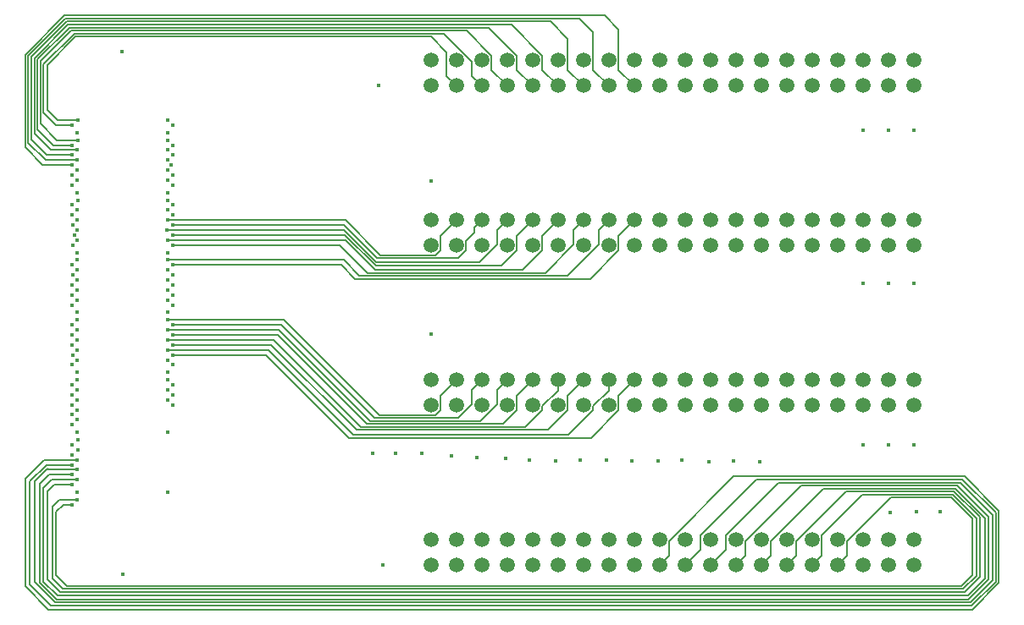
<source format=gbr>
%TF.GenerationSoftware,KiCad,Pcbnew,(5.1.5-0-10_14)*%
%TF.CreationDate,2020-01-28T13:49:23+01:00*%
%TF.ProjectId,multiblade_adapter,6d756c74-6962-46c6-9164-655f61646170,rev?*%
%TF.SameCoordinates,Original*%
%TF.FileFunction,Copper,L5,Inr*%
%TF.FilePolarity,Positive*%
%FSLAX46Y46*%
G04 Gerber Fmt 4.6, Leading zero omitted, Abs format (unit mm)*
G04 Created by KiCad (PCBNEW (5.1.5-0-10_14)) date 2020-01-28 13:49:23*
%MOMM*%
%LPD*%
G04 APERTURE LIST*
%ADD10C,1.500000*%
%ADD11C,0.400000*%
%ADD12C,0.150000*%
G04 APERTURE END LIST*
D10*
X109110000Y-107290000D03*
X109110000Y-104750000D03*
X106570000Y-107290000D03*
X106570000Y-104750000D03*
X104030000Y-107290000D03*
X104030000Y-104750000D03*
X101490000Y-107290000D03*
X101490000Y-104750000D03*
X98950000Y-107290000D03*
X98950000Y-104750000D03*
X96410000Y-107290000D03*
X96410000Y-104750000D03*
X93870000Y-107290000D03*
X93870000Y-104750000D03*
X91330000Y-107290000D03*
X91330000Y-104750000D03*
X88790000Y-107290000D03*
X88790000Y-104750000D03*
X86250000Y-107290000D03*
X86250000Y-104750000D03*
X83710000Y-107290000D03*
X83710000Y-104750000D03*
X81170000Y-107290000D03*
X81170000Y-104750000D03*
X78630000Y-107290000D03*
X78630000Y-104750000D03*
X76090000Y-107290000D03*
X76090000Y-104750000D03*
X73550000Y-107290000D03*
X73550000Y-104750000D03*
X71010000Y-107290000D03*
X71010000Y-104750000D03*
X68470000Y-107290000D03*
X68470000Y-104750000D03*
X65930000Y-107290000D03*
X65930000Y-104750000D03*
X63390000Y-107290000D03*
X63390000Y-104750000D03*
X60850000Y-107290000D03*
X60850000Y-104750000D03*
X109110000Y-123290000D03*
X109110000Y-120750000D03*
X106570000Y-123290000D03*
X106570000Y-120750000D03*
X104030000Y-123290000D03*
X104030000Y-120750000D03*
X101490000Y-123290000D03*
X101490000Y-120750000D03*
X98950000Y-123290000D03*
X98950000Y-120750000D03*
X96410000Y-123290000D03*
X96410000Y-120750000D03*
X93870000Y-123290000D03*
X93870000Y-120750000D03*
X91330000Y-123290000D03*
X91330000Y-120750000D03*
X88790000Y-123290000D03*
X88790000Y-120750000D03*
X86250000Y-123290000D03*
X86250000Y-120750000D03*
X83710000Y-123290000D03*
X83710000Y-120750000D03*
X81170000Y-123290000D03*
X81170000Y-120750000D03*
X78630000Y-123290000D03*
X78630000Y-120750000D03*
X76090000Y-123290000D03*
X76090000Y-120750000D03*
X73550000Y-123290000D03*
X73550000Y-120750000D03*
X71010000Y-123290000D03*
X71010000Y-120750000D03*
X68470000Y-123290000D03*
X68470000Y-120750000D03*
X65930000Y-123290000D03*
X65930000Y-120750000D03*
X63390000Y-123290000D03*
X63390000Y-120750000D03*
X60850000Y-123290000D03*
X60850000Y-120750000D03*
X109110000Y-139290000D03*
X109110000Y-136750000D03*
X106570000Y-139290000D03*
X106570000Y-136750000D03*
X104030000Y-139290000D03*
X104030000Y-136750000D03*
X101490000Y-139290000D03*
X101490000Y-136750000D03*
X98950000Y-139290000D03*
X98950000Y-136750000D03*
X96410000Y-139290000D03*
X96410000Y-136750000D03*
X93870000Y-139290000D03*
X93870000Y-136750000D03*
X91330000Y-139290000D03*
X91330000Y-136750000D03*
X88790000Y-139290000D03*
X88790000Y-136750000D03*
X86250000Y-139290000D03*
X86250000Y-136750000D03*
X83710000Y-139290000D03*
X83710000Y-136750000D03*
X81170000Y-139290000D03*
X81170000Y-136750000D03*
X78630000Y-139290000D03*
X78630000Y-136750000D03*
X76090000Y-139290000D03*
X76090000Y-136750000D03*
X73550000Y-139290000D03*
X73550000Y-136750000D03*
X71010000Y-139290000D03*
X71010000Y-136750000D03*
X68470000Y-139290000D03*
X68470000Y-136750000D03*
X65930000Y-139290000D03*
X65930000Y-136750000D03*
X63390000Y-139290000D03*
X63390000Y-136750000D03*
X60850000Y-139290000D03*
X60850000Y-136750000D03*
X109110000Y-155290000D03*
X109110000Y-152750000D03*
X106570000Y-155290000D03*
X106570000Y-152750000D03*
X104030000Y-155290000D03*
X104030000Y-152750000D03*
X101490000Y-155290000D03*
X101490000Y-152750000D03*
X98950000Y-155290000D03*
X98950000Y-152750000D03*
X96410000Y-155290000D03*
X96410000Y-152750000D03*
X93870000Y-155290000D03*
X93870000Y-152750000D03*
X91330000Y-155290000D03*
X91330000Y-152750000D03*
X88790000Y-155290000D03*
X88790000Y-152750000D03*
X86250000Y-155290000D03*
X86250000Y-152750000D03*
X83710000Y-155290000D03*
X83710000Y-152750000D03*
X81170000Y-155290000D03*
X81170000Y-152750000D03*
X78630000Y-155290000D03*
X78630000Y-152750000D03*
X76090000Y-155290000D03*
X76090000Y-152750000D03*
X73550000Y-155290000D03*
X73550000Y-152750000D03*
X71010000Y-155290000D03*
X71010000Y-152750000D03*
X68470000Y-155290000D03*
X68470000Y-152750000D03*
X65930000Y-155290000D03*
X65930000Y-152750000D03*
X63390000Y-155290000D03*
X63390000Y-152750000D03*
X60850000Y-155290000D03*
X60850000Y-152750000D03*
D11*
X25500000Y-148000000D03*
X25500000Y-142000000D03*
X25500000Y-136000000D03*
X25500000Y-124000000D03*
X25500000Y-130000000D03*
X25500000Y-112000000D03*
X25500000Y-118000000D03*
X34500000Y-112000000D03*
X34500000Y-118000000D03*
X34500000Y-124000000D03*
X34500000Y-130000000D03*
X34500000Y-136000000D03*
X34500000Y-148000000D03*
X104013000Y-111760000D03*
X55626000Y-107315000D03*
X60850000Y-116823000D03*
X60850000Y-132190000D03*
X56038000Y-155290000D03*
X104030000Y-143273000D03*
X30000000Y-156182000D03*
X29972000Y-103886000D03*
X34500000Y-142000000D03*
X106736500Y-150043500D03*
X109333000Y-149987000D03*
X111760000Y-149987000D03*
X106570000Y-143239000D03*
X109110000Y-143239000D03*
X104013000Y-127127000D03*
X106570000Y-127110000D03*
X109110000Y-127110000D03*
X106570000Y-111743000D03*
X109093000Y-111760000D03*
X25000000Y-120250000D03*
X35000000Y-120250000D03*
X25500000Y-119750000D03*
X34500000Y-119750000D03*
X25000000Y-119250000D03*
X35000000Y-119250000D03*
X25522000Y-118750000D03*
X34500000Y-118750000D03*
X25000000Y-117250000D03*
X35000000Y-117250000D03*
X25500000Y-116750000D03*
X34500000Y-116750000D03*
X25000000Y-116250000D03*
X35000000Y-116250000D03*
X25500000Y-115750000D03*
X34500000Y-115750000D03*
X25000000Y-115250000D03*
X34864000Y-115250000D03*
X25500000Y-114750000D03*
X34500000Y-114750000D03*
X25000000Y-114250000D03*
X35000000Y-114250000D03*
X25500000Y-113750000D03*
X34500000Y-113750000D03*
X25000000Y-113250000D03*
X35000000Y-113250000D03*
X25527000Y-112750000D03*
X34500000Y-112750000D03*
X25000000Y-111250000D03*
X35000000Y-111250000D03*
X25527000Y-110750000D03*
X34500000Y-110750000D03*
X34500000Y-120750000D03*
X25500000Y-120750000D03*
X35000000Y-121250000D03*
X25054000Y-121250000D03*
X34460000Y-121750000D03*
X25500000Y-121750000D03*
X35000000Y-122250000D03*
X25197000Y-122250000D03*
X34500000Y-122750000D03*
X25500000Y-122750000D03*
X35000000Y-123250000D03*
X25086000Y-123250000D03*
X34500000Y-124750000D03*
X25500000Y-124750000D03*
X35000000Y-125250000D03*
X25000000Y-125250000D03*
X34500000Y-125750000D03*
X25500000Y-125750000D03*
X35000000Y-126250000D03*
X25007000Y-126250000D03*
X34500000Y-126750000D03*
X25500000Y-126750000D03*
X35000000Y-127250000D03*
X25000000Y-127250000D03*
X34500000Y-127750000D03*
X25500000Y-127750000D03*
X35000000Y-128250000D03*
X25000000Y-128250000D03*
X34500000Y-128750000D03*
X25500000Y-128750000D03*
X35000000Y-129250000D03*
X25000000Y-129250000D03*
X25000000Y-139250000D03*
X35000000Y-139250000D03*
X25500000Y-138750000D03*
X34500000Y-138750000D03*
X25000000Y-138250000D03*
X35000000Y-138250000D03*
X25500000Y-137750000D03*
X34500000Y-137750000D03*
X25000000Y-137250000D03*
X35000000Y-137250000D03*
X25500000Y-136750000D03*
X34500000Y-136750000D03*
X25000000Y-135250000D03*
X35000000Y-135250000D03*
X25500000Y-134750000D03*
X34500000Y-134750000D03*
X25008000Y-134250000D03*
X35000000Y-134250000D03*
X25508000Y-133750000D03*
X34500000Y-133750000D03*
X25000000Y-133250000D03*
X35000000Y-133250000D03*
X25500000Y-132750000D03*
X34500000Y-132750000D03*
X25000000Y-132250000D03*
X35000000Y-132250000D03*
X25500000Y-131750000D03*
X34500000Y-131750000D03*
X25000000Y-131250000D03*
X35000000Y-131250000D03*
X25500000Y-130750000D03*
X34500000Y-130750000D03*
X54991000Y-144145000D03*
X25500000Y-139750000D03*
X57277000Y-144145000D03*
X25000000Y-140250000D03*
X59944000Y-144145000D03*
X25500000Y-140750000D03*
X62865000Y-144399000D03*
X25000000Y-141250000D03*
X65405000Y-144526000D03*
X25525000Y-142750000D03*
X68326000Y-144653000D03*
X25000000Y-143250000D03*
X70660000Y-144780000D03*
X25541000Y-143750000D03*
X73279000Y-144907000D03*
X25000000Y-144250000D03*
X75779500Y-144819500D03*
X25500000Y-144750000D03*
X78359000Y-144780000D03*
X25000000Y-145250000D03*
X80899000Y-144859000D03*
X25500000Y-145750000D03*
X83566000Y-144907000D03*
X25000000Y-146250000D03*
X85900000Y-144780000D03*
X25500000Y-146750000D03*
X88606500Y-144946500D03*
X25000000Y-147250000D03*
X91107000Y-144907000D03*
X25500000Y-148750000D03*
X93726000Y-144986000D03*
X25000000Y-149250000D03*
D12*
X22032000Y-115250000D02*
X25000000Y-115250000D01*
X20275010Y-113493010D02*
X22032000Y-115250000D01*
X20275010Y-104184990D02*
X20275010Y-113493010D01*
X24184990Y-100275010D02*
X20275010Y-104184990D01*
X79605001Y-101703001D02*
X78177010Y-100275010D01*
X79605001Y-105725001D02*
X79605001Y-101703001D01*
X78177010Y-100275010D02*
X24184990Y-100275010D01*
X81170000Y-107290000D02*
X79605001Y-105725001D01*
X20575020Y-113031020D02*
X22294000Y-114750000D01*
X20575020Y-104309258D02*
X20575020Y-113031020D01*
X75683020Y-100575020D02*
X24309258Y-100575020D01*
X24309258Y-100575020D02*
X20575020Y-104309258D01*
X77065001Y-101957001D02*
X75683020Y-100575020D01*
X22294000Y-114750000D02*
X25500000Y-114750000D01*
X77065001Y-105725001D02*
X77065001Y-101957001D01*
X78630000Y-107290000D02*
X77065001Y-105725001D01*
X20875030Y-112696030D02*
X22429000Y-114250000D01*
X24433526Y-100875030D02*
X20875030Y-104433526D01*
X72808030Y-100875030D02*
X24433526Y-100875030D01*
X22429000Y-114250000D02*
X25000000Y-114250000D01*
X20875030Y-104433526D02*
X20875030Y-112696030D01*
X74525001Y-102592001D02*
X72808030Y-100875030D01*
X74525001Y-105725001D02*
X74525001Y-102592001D01*
X76090000Y-107290000D02*
X74525001Y-105725001D01*
X22818000Y-113750000D02*
X25500000Y-113750000D01*
X21209000Y-112141000D02*
X22818000Y-113750000D01*
X21209000Y-104523834D02*
X21209000Y-112141000D01*
X68878042Y-101175040D02*
X24557794Y-101175040D01*
X71985001Y-104281999D02*
X68878042Y-101175040D01*
X71985001Y-105725001D02*
X71985001Y-104281999D01*
X24557794Y-101175040D02*
X21209000Y-104523834D01*
X73550000Y-107290000D02*
X71985001Y-105725001D01*
X69445001Y-104281999D02*
X66638052Y-101475050D01*
X69445001Y-105725001D02*
X69445001Y-104281999D01*
X71010000Y-107290000D02*
X69445001Y-105725001D01*
X66638052Y-101475050D02*
X24682062Y-101475050D01*
X24682062Y-101475050D02*
X21509010Y-104648102D01*
X21509010Y-104648102D02*
X21509010Y-111679010D01*
X23080000Y-113250000D02*
X25000000Y-113250000D01*
X21509010Y-111679010D02*
X23080000Y-113250000D01*
X66905001Y-104281999D02*
X64398062Y-101775060D01*
X66905001Y-105725001D02*
X66905001Y-104281999D01*
X68470000Y-107290000D02*
X66905001Y-105725001D01*
X24843940Y-101775060D02*
X21809020Y-104809980D01*
X64398062Y-101775060D02*
X24843940Y-101775060D01*
X21809020Y-104809980D02*
X21809020Y-111090020D01*
X23469000Y-112750000D02*
X25527000Y-112750000D01*
X21809020Y-111090020D02*
X23469000Y-112750000D01*
X64954999Y-104871997D02*
X62158072Y-102075070D01*
X64954999Y-106314999D02*
X64954999Y-104871997D01*
X65930000Y-107290000D02*
X64954999Y-106314999D01*
X62158072Y-102075070D02*
X51340930Y-102075070D01*
X22109030Y-109993030D02*
X23366000Y-111250000D01*
X22109030Y-105144970D02*
X22109030Y-109993030D01*
X25178930Y-102075070D02*
X22109030Y-105144970D01*
X23366000Y-111250000D02*
X25000000Y-111250000D01*
X51340930Y-102075070D02*
X25178930Y-102075070D01*
X62414999Y-103943999D02*
X60846080Y-102375080D01*
X62414999Y-106314999D02*
X62414999Y-103943999D01*
X63390000Y-107290000D02*
X62414999Y-106314999D01*
X60846080Y-102375080D02*
X25303198Y-102375080D01*
X25303198Y-102375080D02*
X22479000Y-105199278D01*
X22479000Y-105199278D02*
X22479000Y-109728000D01*
X23501000Y-110750000D02*
X25527000Y-110750000D01*
X22479000Y-109728000D02*
X23501000Y-110750000D01*
X61318001Y-124265001D02*
X55812001Y-124265001D01*
X61825001Y-123758001D02*
X61318001Y-124265001D01*
X61825001Y-122314999D02*
X61825001Y-123758001D01*
X63390000Y-120750000D02*
X61825001Y-122314999D01*
X52297000Y-120750000D02*
X34500000Y-120750000D01*
X55812001Y-124265001D02*
X52297000Y-120750000D01*
X63557991Y-124565011D02*
X55477011Y-124565011D01*
X65180001Y-121499999D02*
X65180001Y-122017999D01*
X64365001Y-123758001D02*
X63557991Y-124565011D01*
X64365001Y-122832999D02*
X64365001Y-123758001D01*
X65180001Y-122017999D02*
X64365001Y-122832999D01*
X65930000Y-120750000D02*
X65180001Y-121499999D01*
X52162000Y-121250000D02*
X35000000Y-121250000D01*
X55477011Y-124565011D02*
X52162000Y-121250000D01*
X52154000Y-121750000D02*
X34460000Y-121750000D01*
X67494999Y-121725001D02*
X67494999Y-123168003D01*
X55372000Y-124968000D02*
X52154000Y-121750000D01*
X65695002Y-124968000D02*
X55372000Y-124968000D01*
X67494999Y-123168003D02*
X65695002Y-124968000D01*
X68470000Y-120750000D02*
X67494999Y-121725001D01*
X52229722Y-122250000D02*
X35000000Y-122250000D01*
X69445001Y-123758001D02*
X67854002Y-125349000D01*
X69445001Y-122314999D02*
X69445001Y-123758001D01*
X55328722Y-125349000D02*
X52229722Y-122250000D01*
X67854002Y-125349000D02*
X55328722Y-125349000D01*
X71010000Y-120750000D02*
X69445001Y-122314999D01*
X71985001Y-123758001D02*
X70013002Y-125730000D01*
X71985001Y-122314999D02*
X71985001Y-123758001D01*
X73550000Y-120750000D02*
X71985001Y-122314999D01*
X70013002Y-125730000D02*
X55245000Y-125730000D01*
X52265000Y-122750000D02*
X34500000Y-122750000D01*
X55245000Y-125730000D02*
X52265000Y-122750000D01*
X54529010Y-126030010D02*
X51749000Y-123250000D01*
X72252992Y-126030010D02*
X54529010Y-126030010D01*
X75114999Y-123168003D02*
X72252992Y-126030010D01*
X75114999Y-121725001D02*
X75114999Y-123168003D01*
X51749000Y-123250000D02*
X35000000Y-123250000D01*
X76090000Y-120750000D02*
X75114999Y-121725001D01*
X74492982Y-126330020D02*
X53686020Y-126330020D01*
X77654999Y-123168003D02*
X74492982Y-126330020D01*
X77654999Y-121725001D02*
X77654999Y-123168003D01*
X78630000Y-120750000D02*
X77654999Y-121725001D01*
X52106000Y-124750000D02*
X34500000Y-124750000D01*
X53686020Y-126330020D02*
X52106000Y-124750000D01*
X79605001Y-122314999D02*
X79605001Y-123758001D01*
X79605001Y-123758001D02*
X76732972Y-126630030D01*
X81170000Y-120750000D02*
X79605001Y-122314999D01*
X76732972Y-126630030D02*
X53224030Y-126630030D01*
X51844000Y-125250000D02*
X35000000Y-125250000D01*
X53224030Y-126630030D02*
X51844000Y-125250000D01*
X76822992Y-142540010D02*
X52624010Y-142540010D01*
X79605001Y-139758001D02*
X76822992Y-142540010D01*
X79605001Y-138314999D02*
X79605001Y-139758001D01*
X81170000Y-136750000D02*
X79605001Y-138314999D01*
X44334000Y-134250000D02*
X35000000Y-134250000D01*
X52624010Y-142540010D02*
X44334000Y-134250000D01*
X77065001Y-139758001D02*
X74583002Y-142240000D01*
X77065001Y-139375659D02*
X77065001Y-139758001D01*
X78630000Y-137810660D02*
X77065001Y-139375659D01*
X78630000Y-136750000D02*
X78630000Y-137810660D01*
X74583002Y-142240000D02*
X53086000Y-142240000D01*
X44596000Y-133750000D02*
X34500000Y-133750000D01*
X53086000Y-142240000D02*
X44596000Y-133750000D01*
X72517952Y-141765050D02*
X53373050Y-141765050D01*
X74525001Y-139758001D02*
X72517952Y-141765050D01*
X74525001Y-138314999D02*
X74525001Y-139758001D01*
X76090000Y-136750000D02*
X74525001Y-138314999D01*
X44858000Y-133250000D02*
X35000000Y-133250000D01*
X53373050Y-141765050D02*
X44858000Y-133250000D01*
X70277962Y-141465040D02*
X53835040Y-141465040D01*
X71985001Y-139375659D02*
X71985001Y-139758001D01*
X73550000Y-137810660D02*
X71985001Y-139375659D01*
X71985001Y-139758001D02*
X70277962Y-141465040D01*
X73550000Y-136750000D02*
X73550000Y-137810660D01*
X45120000Y-132750000D02*
X34500000Y-132750000D01*
X53835040Y-141465040D02*
X45120000Y-132750000D01*
X45509000Y-132250000D02*
X35000000Y-132250000D01*
X54424031Y-141165031D02*
X45509000Y-132250000D01*
X68037971Y-141165031D02*
X54424031Y-141165031D01*
X69445001Y-139758001D02*
X68037971Y-141165031D01*
X69445001Y-138314999D02*
X69445001Y-139758001D01*
X71010000Y-136750000D02*
X69445001Y-138314999D01*
X65797981Y-140865021D02*
X54759021Y-140865021D01*
X67494999Y-139168003D02*
X65797981Y-140865021D01*
X67494999Y-137725001D02*
X67494999Y-139168003D01*
X68470000Y-136750000D02*
X67494999Y-137725001D01*
X45644000Y-131750000D02*
X34500000Y-131750000D01*
X54759021Y-140865021D02*
X45644000Y-131750000D01*
X63557991Y-140565011D02*
X55221011Y-140565011D01*
X64954999Y-139168003D02*
X63557991Y-140565011D01*
X64954999Y-137725001D02*
X64954999Y-139168003D01*
X65930000Y-136750000D02*
X64954999Y-137725001D01*
X45906000Y-131250000D02*
X35000000Y-131250000D01*
X55221011Y-140565011D02*
X45906000Y-131250000D01*
X46168000Y-130750000D02*
X34500000Y-130750000D01*
X55683001Y-140265001D02*
X46168000Y-130750000D01*
X61318001Y-140265001D02*
X55683001Y-140265001D01*
X61825001Y-139758001D02*
X61318001Y-140265001D01*
X61825001Y-138314999D02*
X61825001Y-139758001D01*
X63390000Y-136750000D02*
X61825001Y-138314999D01*
X84685001Y-152871997D02*
X91125998Y-146431000D01*
X84685001Y-154314999D02*
X84685001Y-152871997D01*
X83710000Y-155290000D02*
X84685001Y-154314999D01*
X91125998Y-146431000D02*
X114173000Y-146431000D01*
X114173000Y-146431000D02*
X117602000Y-149860000D01*
X117602000Y-157099000D02*
X114976010Y-159724990D01*
X117602000Y-149860000D02*
X117602000Y-157099000D01*
X22564990Y-159724990D02*
X20275010Y-157435010D01*
X114976010Y-159724990D02*
X22564990Y-159724990D01*
X20275010Y-157435010D02*
X20275010Y-146602990D01*
X22128000Y-144750000D02*
X20275010Y-146602990D01*
X25500000Y-144750000D02*
X22128000Y-144750000D01*
X22860000Y-159385000D02*
X20701000Y-157226000D01*
X114891722Y-159385000D02*
X22860000Y-159385000D01*
X20701000Y-157226000D02*
X20701000Y-146939000D01*
X117301990Y-156974732D02*
X114891722Y-159385000D01*
X20701000Y-146939000D02*
X22390000Y-145250000D01*
X22390000Y-145250000D02*
X25000000Y-145250000D01*
X113965010Y-146731010D02*
X117301990Y-150067990D01*
X93365988Y-146731010D02*
X113965010Y-146731010D01*
X87814999Y-152281999D02*
X93365988Y-146731010D01*
X87814999Y-153725001D02*
X87814999Y-152281999D01*
X117301990Y-150067990D02*
X117301990Y-156974732D01*
X86250000Y-155290000D02*
X87814999Y-153725001D01*
X23281444Y-159044444D02*
X21209000Y-156972000D01*
X22479000Y-145669000D02*
X22560000Y-145750000D01*
X114808000Y-159004000D02*
X114808000Y-159044444D01*
X22560000Y-145750000D02*
X25500000Y-145750000D01*
X117001980Y-156810020D02*
X114808000Y-159004000D01*
X90354999Y-153725001D02*
X90354999Y-152281999D01*
X117001980Y-150275980D02*
X117001980Y-156810020D01*
X21209000Y-156972000D02*
X21209000Y-146939000D01*
X95605978Y-147031020D02*
X113757020Y-147031020D01*
X88790000Y-155290000D02*
X90354999Y-153725001D01*
X21209000Y-146939000D02*
X22479000Y-145669000D01*
X113757020Y-147031020D02*
X117001980Y-150275980D01*
X114808000Y-159044444D02*
X23281444Y-159044444D01*
X90354999Y-152281999D02*
X95605978Y-147031020D01*
X22660000Y-146250000D02*
X25000000Y-146250000D01*
X21717000Y-147193000D02*
X22660000Y-146250000D01*
X23405712Y-158744434D02*
X21717000Y-157055722D01*
X114559566Y-158744434D02*
X23405712Y-158744434D01*
X113422030Y-147331030D02*
X116586000Y-150495000D01*
X116586000Y-156718000D02*
X114559566Y-158744434D01*
X91330000Y-155290000D02*
X92305001Y-154314999D01*
X116586000Y-150495000D02*
X116586000Y-156718000D01*
X21717000Y-157055722D02*
X21717000Y-147193000D01*
X97845968Y-147331030D02*
X113422030Y-147331030D01*
X92305001Y-152871997D02*
X97845968Y-147331030D01*
X92305001Y-154314999D02*
X92305001Y-152871997D01*
X94845001Y-152871997D02*
X100085958Y-147631040D01*
X94845001Y-154314999D02*
X94845001Y-152871997D01*
X93870000Y-155290000D02*
X94845001Y-154314999D01*
X100085958Y-147631040D02*
X113297762Y-147631040D01*
X113297762Y-147631040D02*
X116183361Y-150516639D01*
X116205000Y-150538278D02*
X116205000Y-156674722D01*
X116183361Y-150516639D02*
X116205000Y-150538278D01*
X116205000Y-156674722D02*
X114510722Y-158369000D01*
X25500000Y-146750000D02*
X22922000Y-146750000D01*
X22922000Y-146750000D02*
X22098000Y-147574000D01*
X22098000Y-147574000D02*
X22098000Y-156972000D01*
X114510722Y-158369000D02*
X40381000Y-158369000D01*
X33655000Y-158369000D02*
X23495000Y-158369000D01*
X40381000Y-158369000D02*
X33655000Y-158369000D01*
X22098000Y-156972000D02*
X23495000Y-158369000D01*
X97159999Y-154540001D02*
X96410000Y-155290000D01*
X97385001Y-154314999D02*
X97159999Y-154540001D01*
X102325948Y-147931050D02*
X97385001Y-152871997D01*
X115697000Y-156464000D02*
X115697000Y-150495000D01*
X114173000Y-157988000D02*
X115697000Y-156464000D01*
X115697000Y-150495000D02*
X113133050Y-147931050D01*
X22479000Y-147955000D02*
X22479000Y-156718000D01*
X97385001Y-152871997D02*
X97385001Y-154314999D01*
X23749000Y-157988000D02*
X114173000Y-157988000D01*
X22479000Y-156718000D02*
X23749000Y-157988000D01*
X25000000Y-147250000D02*
X23184000Y-147250000D01*
X23184000Y-147250000D02*
X22479000Y-147955000D01*
X113133050Y-147931050D02*
X102325948Y-147931050D01*
X22987000Y-156671990D02*
X22987000Y-149479000D01*
X99925001Y-152296999D02*
X103990940Y-148231060D01*
X24003000Y-157687990D02*
X22987000Y-156671990D01*
X114048732Y-157687990D02*
X24003000Y-157687990D01*
X113008782Y-148231060D02*
X115396990Y-150619268D01*
X98950000Y-155290000D02*
X99925001Y-154314999D01*
X103990940Y-148231060D02*
X113008782Y-148231060D01*
X23716000Y-148750000D02*
X25500000Y-148750000D01*
X22987000Y-149479000D02*
X23716000Y-148750000D01*
X115396990Y-150619268D02*
X115396990Y-156339732D01*
X99925001Y-154314999D02*
X99925001Y-152296999D01*
X115396990Y-156339732D02*
X114048732Y-157687990D01*
X25000000Y-149250000D02*
X24105000Y-149250000D01*
X24105000Y-149250000D02*
X23368000Y-149987000D01*
X23368000Y-149987000D02*
X23368000Y-156337000D01*
X23368000Y-156337000D02*
X24418980Y-157387980D01*
X24418980Y-157387980D02*
X113884020Y-157387980D01*
X114935000Y-156337000D02*
X114935000Y-150581556D01*
X113884020Y-157387980D02*
X114935000Y-156337000D01*
X114935000Y-150581556D02*
X112884514Y-148531070D01*
X102239999Y-154540001D02*
X101490000Y-155290000D01*
X106805928Y-148531070D02*
X102465001Y-152871997D01*
X102465001Y-154314999D02*
X102239999Y-154540001D01*
X102465001Y-152871997D02*
X102465001Y-154314999D01*
X112884514Y-148531070D02*
X106805928Y-148531070D01*
M02*

</source>
